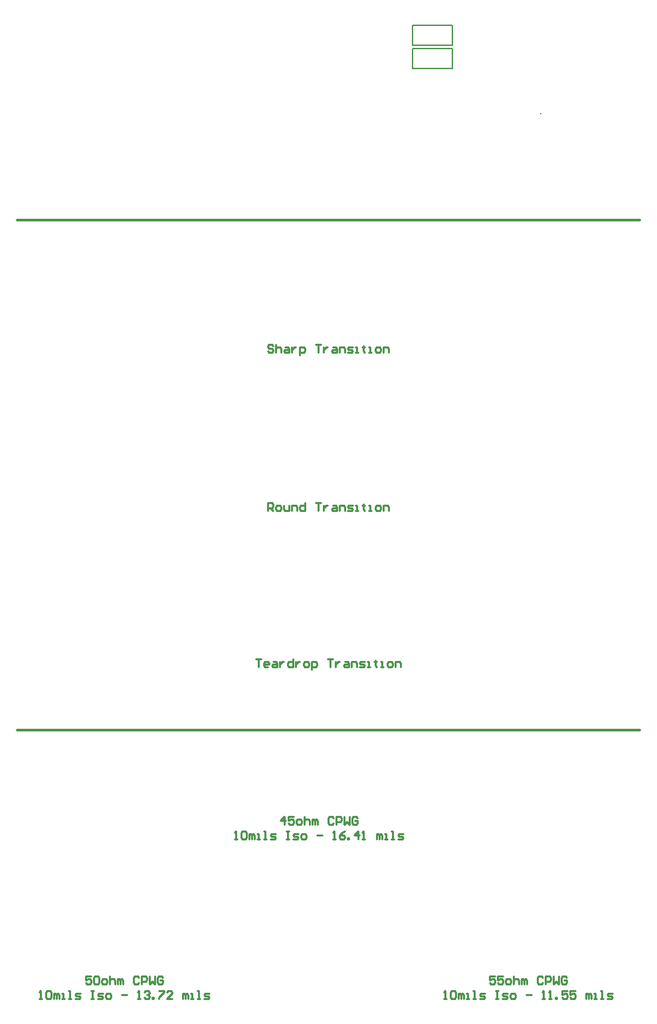
<source format=gto>
G04*
G04 #@! TF.GenerationSoftware,Altium Limited,Altium Designer,20.0.9 (164)*
G04*
G04 Layer_Color=65535*
%FSLAX25Y25*%
%MOIN*%
G70*
G01*
G75*
%ADD10C,0.00500*%
%ADD11C,0.01319*%
%ADD12C,0.00787*%
%ADD13C,0.01000*%
D10*
X263997Y476500D02*
G03*
X263997Y476500I-197J0D01*
G01*
D11*
X1181Y423228D02*
X313779D01*
X1181Y167323D02*
X313779Y167323D01*
D12*
X199600Y510800D02*
Y520800D01*
X219600D01*
Y510800D02*
Y520800D01*
X199600Y510800D02*
X219600D01*
Y498900D02*
Y508900D01*
X199600Y498900D02*
X219600D01*
X199600D02*
Y508900D01*
X219600D01*
D13*
X129823Y359996D02*
X129157Y360662D01*
X127824D01*
X127157Y359996D01*
Y359329D01*
X127824Y358663D01*
X129157D01*
X129823Y357997D01*
Y357330D01*
X129157Y356664D01*
X127824D01*
X127157Y357330D01*
X131156Y360662D02*
Y356664D01*
Y358663D01*
X131823Y359329D01*
X133156D01*
X133822Y358663D01*
Y356664D01*
X135821Y359329D02*
X137154D01*
X137821Y358663D01*
Y356664D01*
X135821D01*
X135155Y357330D01*
X135821Y357997D01*
X137821D01*
X139154Y359329D02*
Y356664D01*
Y357997D01*
X139820Y358663D01*
X140487Y359329D01*
X141153D01*
X143152Y355331D02*
Y359329D01*
X145152D01*
X145818Y358663D01*
Y357330D01*
X145152Y356664D01*
X143152D01*
X151150Y360662D02*
X153815D01*
X152483D01*
Y356664D01*
X155148Y359329D02*
Y356664D01*
Y357997D01*
X155815Y358663D01*
X156481Y359329D01*
X157148D01*
X159814D02*
X161146D01*
X161813Y358663D01*
Y356664D01*
X159814D01*
X159147Y357330D01*
X159814Y357997D01*
X161813D01*
X163146Y356664D02*
Y359329D01*
X165145D01*
X165812Y358663D01*
Y356664D01*
X167145D02*
X169144D01*
X169810Y357330D01*
X169144Y357997D01*
X167811D01*
X167145Y358663D01*
X167811Y359329D01*
X169810D01*
X171143Y356664D02*
X172476D01*
X171810D01*
Y359329D01*
X171143D01*
X175142Y359996D02*
Y359329D01*
X174476D01*
X175808D01*
X175142D01*
Y357330D01*
X175808Y356664D01*
X177808D02*
X179141D01*
X178474D01*
Y359329D01*
X177808D01*
X181807Y356664D02*
X183139D01*
X183806Y357330D01*
Y358663D01*
X183139Y359329D01*
X181807D01*
X181140Y358663D01*
Y357330D01*
X181807Y356664D01*
X185139D02*
Y359329D01*
X187138D01*
X187805Y358663D01*
Y356664D01*
X38234Y43984D02*
X35569D01*
Y41985D01*
X36902Y42652D01*
X37568D01*
X38234Y41985D01*
Y40652D01*
X37568Y39986D01*
X36235D01*
X35569Y40652D01*
X39567Y43318D02*
X40234Y43984D01*
X41567D01*
X42233Y43318D01*
Y40652D01*
X41567Y39986D01*
X40234D01*
X39567Y40652D01*
Y43318D01*
X44233Y39986D02*
X45566D01*
X46232Y40652D01*
Y41985D01*
X45566Y42652D01*
X44233D01*
X43566Y41985D01*
Y40652D01*
X44233Y39986D01*
X47565Y43984D02*
Y39986D01*
Y41985D01*
X48231Y42652D01*
X49564D01*
X50231Y41985D01*
Y39986D01*
X51564D02*
Y42652D01*
X52230D01*
X52896Y41985D01*
Y39986D01*
Y41985D01*
X53563Y42652D01*
X54229Y41985D01*
Y39986D01*
X62227Y43318D02*
X61560Y43984D01*
X60227D01*
X59561Y43318D01*
Y40652D01*
X60227Y39986D01*
X61560D01*
X62227Y40652D01*
X63560Y39986D02*
Y43984D01*
X65559D01*
X66225Y43318D01*
Y41985D01*
X65559Y41319D01*
X63560D01*
X67558Y43984D02*
Y39986D01*
X68891Y41319D01*
X70224Y39986D01*
Y43984D01*
X74223Y43318D02*
X73557Y43984D01*
X72224D01*
X71557Y43318D01*
Y40652D01*
X72224Y39986D01*
X73557D01*
X74223Y40652D01*
Y41985D01*
X72890D01*
X12243Y32787D02*
X13576D01*
X12909D01*
Y36786D01*
X12243Y36119D01*
X15575D02*
X16242Y36786D01*
X17574D01*
X18241Y36119D01*
Y33454D01*
X17574Y32787D01*
X16242D01*
X15575Y33454D01*
Y36119D01*
X19574Y32787D02*
Y35453D01*
X20240D01*
X20907Y34787D01*
Y32787D01*
Y34787D01*
X21573Y35453D01*
X22240Y34787D01*
Y32787D01*
X23573D02*
X24905D01*
X24239D01*
Y35453D01*
X23573D01*
X26905Y32787D02*
X28238D01*
X27571D01*
Y36786D01*
X26905D01*
X30237Y32787D02*
X32236D01*
X32903Y33454D01*
X32236Y34120D01*
X30904D01*
X30237Y34787D01*
X30904Y35453D01*
X32903D01*
X38234Y36786D02*
X39567D01*
X38901D01*
Y32787D01*
X38234D01*
X39567D01*
X41567D02*
X43566D01*
X44233Y33454D01*
X43566Y34120D01*
X42233D01*
X41567Y34787D01*
X42233Y35453D01*
X44233D01*
X46232Y32787D02*
X47565D01*
X48231Y33454D01*
Y34787D01*
X47565Y35453D01*
X46232D01*
X45566Y34787D01*
Y33454D01*
X46232Y32787D01*
X53563Y34787D02*
X56229D01*
X61560Y32787D02*
X62893D01*
X62227D01*
Y36786D01*
X61560Y36119D01*
X64893D02*
X65559Y36786D01*
X66892D01*
X67558Y36119D01*
Y35453D01*
X66892Y34787D01*
X66225D01*
X66892D01*
X67558Y34120D01*
Y33454D01*
X66892Y32787D01*
X65559D01*
X64893Y33454D01*
X68891Y32787D02*
Y33454D01*
X69558D01*
Y32787D01*
X68891D01*
X72224Y36786D02*
X74889D01*
Y36119D01*
X72224Y33454D01*
Y32787D01*
X78888D02*
X76222D01*
X78888Y35453D01*
Y36119D01*
X78222Y36786D01*
X76889D01*
X76222Y36119D01*
X84220Y32787D02*
Y35453D01*
X84886D01*
X85553Y34787D01*
Y32787D01*
Y34787D01*
X86219Y35453D01*
X86885Y34787D01*
Y32787D01*
X88218D02*
X89551D01*
X88885D01*
Y35453D01*
X88218D01*
X91551Y32787D02*
X92884D01*
X92217D01*
Y36786D01*
X91551D01*
X94883Y32787D02*
X96882D01*
X97549Y33454D01*
X96882Y34120D01*
X95549D01*
X94883Y34787D01*
X95549Y35453D01*
X97549D01*
X127156Y277257D02*
Y281256D01*
X129156D01*
X129822Y280589D01*
Y279256D01*
X129156Y278590D01*
X127156D01*
X128489D02*
X129822Y277257D01*
X131822D02*
X133154D01*
X133821Y277923D01*
Y279256D01*
X133154Y279923D01*
X131822D01*
X131155Y279256D01*
Y277923D01*
X131822Y277257D01*
X135154Y279923D02*
Y277923D01*
X135820Y277257D01*
X137820D01*
Y279923D01*
X139152Y277257D02*
Y279923D01*
X141152D01*
X141818Y279256D01*
Y277257D01*
X145817Y281256D02*
Y277257D01*
X143818D01*
X143151Y277923D01*
Y279256D01*
X143818Y279923D01*
X145817D01*
X151149Y281256D02*
X153814D01*
X152481D01*
Y277257D01*
X155147Y279923D02*
Y277257D01*
Y278590D01*
X155814Y279256D01*
X156480Y279923D01*
X157147D01*
X159812D02*
X161145D01*
X161812Y279256D01*
Y277257D01*
X159812D01*
X159146Y277923D01*
X159812Y278590D01*
X161812D01*
X163145Y277257D02*
Y279923D01*
X165144D01*
X165811Y279256D01*
Y277257D01*
X167143D02*
X169143D01*
X169809Y277923D01*
X169143Y278590D01*
X167810D01*
X167143Y279256D01*
X167810Y279923D01*
X169809D01*
X171142Y277257D02*
X172475D01*
X171809D01*
Y279923D01*
X171142D01*
X175141Y280589D02*
Y279923D01*
X174474D01*
X175807D01*
X175141D01*
Y277923D01*
X175807Y277257D01*
X177807D02*
X179139D01*
X178473D01*
Y279923D01*
X177807D01*
X181805Y277257D02*
X183138D01*
X183805Y277923D01*
Y279256D01*
X183138Y279923D01*
X181805D01*
X181139Y279256D01*
Y277923D01*
X181805Y277257D01*
X185138D02*
Y279923D01*
X187137D01*
X187803Y279256D01*
Y277257D01*
X121160Y203026D02*
X123826D01*
X122493D01*
Y199027D01*
X127158D02*
X125825D01*
X125159Y199693D01*
Y201026D01*
X125825Y201693D01*
X127158D01*
X127825Y201026D01*
Y200360D01*
X125159D01*
X129824Y201693D02*
X131157D01*
X131824Y201026D01*
Y199027D01*
X129824D01*
X129158Y199693D01*
X129824Y200360D01*
X131824D01*
X133156Y201693D02*
Y199027D01*
Y200360D01*
X133823Y201026D01*
X134489Y201693D01*
X135156D01*
X139821Y203026D02*
Y199027D01*
X137822D01*
X137155Y199693D01*
Y201026D01*
X137822Y201693D01*
X139821D01*
X141154D02*
Y199027D01*
Y200360D01*
X141820Y201026D01*
X142487Y201693D01*
X143153D01*
X145819Y199027D02*
X147152D01*
X147818Y199693D01*
Y201026D01*
X147152Y201693D01*
X145819D01*
X145152Y201026D01*
Y199693D01*
X145819Y199027D01*
X149151Y197694D02*
Y201693D01*
X151151D01*
X151817Y201026D01*
Y199693D01*
X151151Y199027D01*
X149151D01*
X157149Y203026D02*
X159815D01*
X158482D01*
Y199027D01*
X161147Y201693D02*
Y199027D01*
Y200360D01*
X161814Y201026D01*
X162480Y201693D01*
X163147D01*
X165813D02*
X167145D01*
X167812Y201026D01*
Y199027D01*
X165813D01*
X165146Y199693D01*
X165813Y200360D01*
X167812D01*
X169145Y199027D02*
Y201693D01*
X171144D01*
X171811Y201026D01*
Y199027D01*
X173143D02*
X175143D01*
X175809Y199693D01*
X175143Y200360D01*
X173810D01*
X173143Y201026D01*
X173810Y201693D01*
X175809D01*
X177142Y199027D02*
X178475D01*
X177809D01*
Y201693D01*
X177142D01*
X181141Y202359D02*
Y201693D01*
X180474D01*
X181807D01*
X181141D01*
Y199693D01*
X181807Y199027D01*
X183807D02*
X185140D01*
X184473D01*
Y201693D01*
X183807D01*
X187805Y199027D02*
X189138D01*
X189805Y199693D01*
Y201026D01*
X189138Y201693D01*
X187805D01*
X187139Y201026D01*
Y199693D01*
X187805Y199027D01*
X191138D02*
Y201693D01*
X193137D01*
X193804Y201026D01*
Y199027D01*
X240989Y43984D02*
X238323D01*
Y41985D01*
X239656Y42652D01*
X240322D01*
X240989Y41985D01*
Y40652D01*
X240322Y39986D01*
X238989D01*
X238323Y40652D01*
X244987Y43984D02*
X242322D01*
Y41985D01*
X243654Y42652D01*
X244321D01*
X244987Y41985D01*
Y40652D01*
X244321Y39986D01*
X242988D01*
X242322Y40652D01*
X246987Y39986D02*
X248320D01*
X248986Y40652D01*
Y41985D01*
X248320Y42652D01*
X246987D01*
X246320Y41985D01*
Y40652D01*
X246987Y39986D01*
X250319Y43984D02*
Y39986D01*
Y41985D01*
X250986Y42652D01*
X252318D01*
X252985Y41985D01*
Y39986D01*
X254318D02*
Y42652D01*
X254984D01*
X255651Y41985D01*
Y39986D01*
Y41985D01*
X256317Y42652D01*
X256984Y41985D01*
Y39986D01*
X264981Y43318D02*
X264315Y43984D01*
X262982D01*
X262315Y43318D01*
Y40652D01*
X262982Y39986D01*
X264315D01*
X264981Y40652D01*
X266314Y39986D02*
Y43984D01*
X268313D01*
X268980Y43318D01*
Y41985D01*
X268313Y41319D01*
X266314D01*
X270313Y43984D02*
Y39986D01*
X271645Y41319D01*
X272978Y39986D01*
Y43984D01*
X276977Y43318D02*
X276311Y43984D01*
X274978D01*
X274311Y43318D01*
Y40652D01*
X274978Y39986D01*
X276311D01*
X276977Y40652D01*
Y41985D01*
X275644D01*
X215330Y32787D02*
X216663D01*
X215997D01*
Y36786D01*
X215330Y36119D01*
X218663D02*
X219329Y36786D01*
X220662D01*
X221328Y36119D01*
Y33454D01*
X220662Y32787D01*
X219329D01*
X218663Y33454D01*
Y36119D01*
X222661Y32787D02*
Y35453D01*
X223328D01*
X223994Y34787D01*
Y32787D01*
Y34787D01*
X224661Y35453D01*
X225327Y34787D01*
Y32787D01*
X226660D02*
X227993D01*
X227326D01*
Y35453D01*
X226660D01*
X229992Y32787D02*
X231325D01*
X230659D01*
Y36786D01*
X229992D01*
X233325Y32787D02*
X235324D01*
X235990Y33454D01*
X235324Y34120D01*
X233991D01*
X233325Y34787D01*
X233991Y35453D01*
X235990D01*
X241322Y36786D02*
X242655D01*
X241988D01*
Y32787D01*
X241322D01*
X242655D01*
X244654D02*
X246654D01*
X247320Y33454D01*
X246654Y34120D01*
X245321D01*
X244654Y34787D01*
X245321Y35453D01*
X247320D01*
X249319Y32787D02*
X250652D01*
X251319Y33454D01*
Y34787D01*
X250652Y35453D01*
X249319D01*
X248653Y34787D01*
Y33454D01*
X249319Y32787D01*
X256650Y34787D02*
X259316D01*
X264648Y32787D02*
X265981D01*
X265314D01*
Y36786D01*
X264648Y36119D01*
X267980Y32787D02*
X269313D01*
X268647D01*
Y36786D01*
X267980Y36119D01*
X271312Y32787D02*
Y33454D01*
X271979D01*
Y32787D01*
X271312D01*
X277310Y36786D02*
X274644D01*
Y34787D01*
X275977Y35453D01*
X276644D01*
X277310Y34787D01*
Y33454D01*
X276644Y32787D01*
X275311D01*
X274644Y33454D01*
X281309Y36786D02*
X278643D01*
Y34787D01*
X279976Y35453D01*
X280643D01*
X281309Y34787D01*
Y33454D01*
X280643Y32787D01*
X279310D01*
X278643Y33454D01*
X286641Y32787D02*
Y35453D01*
X287307D01*
X287974Y34787D01*
Y32787D01*
Y34787D01*
X288640Y35453D01*
X289306Y34787D01*
Y32787D01*
X290639D02*
X291972D01*
X291306D01*
Y35453D01*
X290639D01*
X293972Y32787D02*
X295304D01*
X294638D01*
Y36786D01*
X293972D01*
X297304Y32787D02*
X299303D01*
X299970Y33454D01*
X299303Y34120D01*
X297970D01*
X297304Y34787D01*
X297970Y35453D01*
X299970D01*
X135373Y120065D02*
Y124064D01*
X133374Y122065D01*
X136040D01*
X140039Y124064D02*
X137373D01*
Y122065D01*
X138706Y122731D01*
X139372D01*
X140039Y122065D01*
Y120732D01*
X139372Y120065D01*
X138039D01*
X137373Y120732D01*
X142038Y120065D02*
X143371D01*
X144037Y120732D01*
Y122065D01*
X143371Y122731D01*
X142038D01*
X141372Y122065D01*
Y120732D01*
X142038Y120065D01*
X145370Y124064D02*
Y120065D01*
Y122065D01*
X146037Y122731D01*
X147370D01*
X148036Y122065D01*
Y120065D01*
X149369D02*
Y122731D01*
X150035D01*
X150702Y122065D01*
Y120065D01*
Y122065D01*
X151368Y122731D01*
X152035Y122065D01*
Y120065D01*
X160032Y123398D02*
X159366Y124064D01*
X158033D01*
X157366Y123398D01*
Y120732D01*
X158033Y120065D01*
X159366D01*
X160032Y120732D01*
X161365Y120065D02*
Y124064D01*
X163364D01*
X164031Y123398D01*
Y122065D01*
X163364Y121398D01*
X161365D01*
X165364Y124064D02*
Y120065D01*
X166697Y121398D01*
X168030Y120065D01*
Y124064D01*
X172028Y123398D02*
X171362Y124064D01*
X170029D01*
X169362Y123398D01*
Y120732D01*
X170029Y120065D01*
X171362D01*
X172028Y120732D01*
Y122065D01*
X170695D01*
X110381Y112867D02*
X111714D01*
X111048D01*
Y116866D01*
X110381Y116199D01*
X113714D02*
X114380Y116866D01*
X115713D01*
X116380Y116199D01*
Y113533D01*
X115713Y112867D01*
X114380D01*
X113714Y113533D01*
Y116199D01*
X117712Y112867D02*
Y115533D01*
X118379D01*
X119045Y114866D01*
Y112867D01*
Y114866D01*
X119712Y115533D01*
X120378Y114866D01*
Y112867D01*
X121711D02*
X123044D01*
X122378D01*
Y115533D01*
X121711D01*
X125043Y112867D02*
X126376D01*
X125710D01*
Y116866D01*
X125043D01*
X128376Y112867D02*
X130375D01*
X131042Y113533D01*
X130375Y114200D01*
X129042D01*
X128376Y114866D01*
X129042Y115533D01*
X131042D01*
X136373Y116866D02*
X137706D01*
X137040D01*
Y112867D01*
X136373D01*
X137706D01*
X139705D02*
X141705D01*
X142371Y113533D01*
X141705Y114200D01*
X140372D01*
X139705Y114866D01*
X140372Y115533D01*
X142371D01*
X144370Y112867D02*
X145703D01*
X146370Y113533D01*
Y114866D01*
X145703Y115533D01*
X144370D01*
X143704Y114866D01*
Y113533D01*
X144370Y112867D01*
X151701Y114866D02*
X154367D01*
X159699Y112867D02*
X161032D01*
X160365D01*
Y116866D01*
X159699Y116199D01*
X165697Y116866D02*
X164364Y116199D01*
X163031Y114866D01*
Y113533D01*
X163698Y112867D01*
X165031D01*
X165697Y113533D01*
Y114200D01*
X165031Y114866D01*
X163031D01*
X167030Y112867D02*
Y113533D01*
X167696D01*
Y112867D01*
X167030D01*
X172362D02*
Y116866D01*
X170362Y114866D01*
X173028D01*
X174361Y112867D02*
X175694D01*
X175027D01*
Y116866D01*
X174361Y116199D01*
X181692Y112867D02*
Y115533D01*
X182358D01*
X183025Y114866D01*
Y112867D01*
Y114866D01*
X183691Y115533D01*
X184358Y114866D01*
Y112867D01*
X185691D02*
X187023D01*
X186357D01*
Y115533D01*
X185691D01*
X189023Y112867D02*
X190356D01*
X189689D01*
Y116866D01*
X189023D01*
X192355Y112867D02*
X194354D01*
X195021Y113533D01*
X194354Y114200D01*
X193022D01*
X192355Y114866D01*
X193022Y115533D01*
X195021D01*
M02*

</source>
